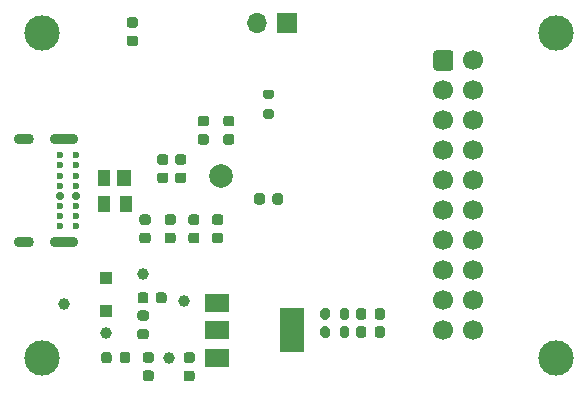
<source format=gts>
G04 #@! TF.GenerationSoftware,KiCad,Pcbnew,(5.1.10-1-10_14)*
G04 #@! TF.CreationDate,2022-06-04T01:49:53+09:00*
G04 #@! TF.ProjectId,cmsis-dap_rp2040,636d7369-732d-4646-9170-5f7270323034,rev?*
G04 #@! TF.SameCoordinates,Original*
G04 #@! TF.FileFunction,Soldermask,Top*
G04 #@! TF.FilePolarity,Negative*
%FSLAX46Y46*%
G04 Gerber Fmt 4.6, Leading zero omitted, Abs format (unit mm)*
G04 Created by KiCad (PCBNEW (5.1.10-1-10_14)) date 2022-06-04 01:49:53*
%MOMM*%
%LPD*%
G01*
G04 APERTURE LIST*
%ADD10C,2.000000*%
%ADD11O,1.700000X1.700000*%
%ADD12R,1.700000X1.700000*%
%ADD13C,1.000000*%
%ADD14R,1.100000X1.100000*%
%ADD15C,1.700000*%
%ADD16R,2.000000X1.500000*%
%ADD17R,2.000000X3.800000*%
%ADD18O,1.700000X0.900000*%
%ADD19O,2.400000X0.900000*%
%ADD20C,0.700000*%
%ADD21C,0.600000*%
%ADD22C,3.000000*%
%ADD23R,1.000000X1.400000*%
%ADD24R,1.200000X1.400000*%
G04 APERTURE END LIST*
G04 #@! TO.C,C5*
G36*
G01*
X112240000Y-71035000D02*
X111740000Y-71035000D01*
G75*
G02*
X111515000Y-70810000I0J225000D01*
G01*
X111515000Y-70360000D01*
G75*
G02*
X111740000Y-70135000I225000J0D01*
G01*
X112240000Y-70135000D01*
G75*
G02*
X112465000Y-70360000I0J-225000D01*
G01*
X112465000Y-70810000D01*
G75*
G02*
X112240000Y-71035000I-225000J0D01*
G01*
G37*
G36*
G01*
X112240000Y-69485000D02*
X111740000Y-69485000D01*
G75*
G02*
X111515000Y-69260000I0J225000D01*
G01*
X111515000Y-68810000D01*
G75*
G02*
X111740000Y-68585000I225000J0D01*
G01*
X112240000Y-68585000D01*
G75*
G02*
X112465000Y-68810000I0J-225000D01*
G01*
X112465000Y-69260000D01*
G75*
G02*
X112240000Y-69485000I-225000J0D01*
G01*
G37*
G04 #@! TD*
G04 #@! TO.C,C13*
G36*
G01*
X122125000Y-67030000D02*
X122125000Y-67530000D01*
G75*
G02*
X121900000Y-67755000I-225000J0D01*
G01*
X121450000Y-67755000D01*
G75*
G02*
X121225000Y-67530000I0J225000D01*
G01*
X121225000Y-67030000D01*
G75*
G02*
X121450000Y-66805000I225000J0D01*
G01*
X121900000Y-66805000D01*
G75*
G02*
X122125000Y-67030000I0J-225000D01*
G01*
G37*
G36*
G01*
X123675000Y-67030000D02*
X123675000Y-67530000D01*
G75*
G02*
X123450000Y-67755000I-225000J0D01*
G01*
X123000000Y-67755000D01*
G75*
G02*
X122775000Y-67530000I0J225000D01*
G01*
X122775000Y-67030000D01*
G75*
G02*
X123000000Y-66805000I225000J0D01*
G01*
X123450000Y-66805000D01*
G75*
G02*
X123675000Y-67030000I0J-225000D01*
G01*
G37*
G04 #@! TD*
D10*
G04 #@! TO.C,U3*
X118380000Y-65360000D03*
G04 #@! TD*
D11*
G04 #@! TO.C,J2*
X121440000Y-52350000D03*
D12*
X123980000Y-52350000D03*
G04 #@! TD*
D13*
G04 #@! TO.C,TP1*
X108700000Y-78670000D03*
G04 #@! TD*
G04 #@! TO.C,TP6*
X105140000Y-76190000D03*
G04 #@! TD*
G04 #@! TO.C,R7*
G36*
G01*
X128475000Y-78825000D02*
X128475000Y-78275000D01*
G75*
G02*
X128675000Y-78075000I200000J0D01*
G01*
X129075000Y-78075000D01*
G75*
G02*
X129275000Y-78275000I0J-200000D01*
G01*
X129275000Y-78825000D01*
G75*
G02*
X129075000Y-79025000I-200000J0D01*
G01*
X128675000Y-79025000D01*
G75*
G02*
X128475000Y-78825000I0J200000D01*
G01*
G37*
G36*
G01*
X126825000Y-78825000D02*
X126825000Y-78275000D01*
G75*
G02*
X127025000Y-78075000I200000J0D01*
G01*
X127425000Y-78075000D01*
G75*
G02*
X127625000Y-78275000I0J-200000D01*
G01*
X127625000Y-78825000D01*
G75*
G02*
X127425000Y-79025000I-200000J0D01*
G01*
X127025000Y-79025000D01*
G75*
G02*
X126825000Y-78825000I0J200000D01*
G01*
G37*
G04 #@! TD*
G04 #@! TO.C,D3*
G36*
G01*
X130730000Y-78293750D02*
X130730000Y-78806250D01*
G75*
G02*
X130511250Y-79025000I-218750J0D01*
G01*
X130073750Y-79025000D01*
G75*
G02*
X129855000Y-78806250I0J218750D01*
G01*
X129855000Y-78293750D01*
G75*
G02*
X130073750Y-78075000I218750J0D01*
G01*
X130511250Y-78075000D01*
G75*
G02*
X130730000Y-78293750I0J-218750D01*
G01*
G37*
G36*
G01*
X132305000Y-78293750D02*
X132305000Y-78806250D01*
G75*
G02*
X132086250Y-79025000I-218750J0D01*
G01*
X131648750Y-79025000D01*
G75*
G02*
X131430000Y-78806250I0J218750D01*
G01*
X131430000Y-78293750D01*
G75*
G02*
X131648750Y-78075000I218750J0D01*
G01*
X132086250Y-78075000D01*
G75*
G02*
X132305000Y-78293750I0J-218750D01*
G01*
G37*
G04 #@! TD*
D14*
G04 #@! TO.C,D2*
X108700000Y-73990000D03*
X108700000Y-76790000D03*
G04 #@! TD*
G04 #@! TO.C,C18*
G36*
G01*
X116670000Y-61795000D02*
X117170000Y-61795000D01*
G75*
G02*
X117395000Y-62020000I0J-225000D01*
G01*
X117395000Y-62470000D01*
G75*
G02*
X117170000Y-62695000I-225000J0D01*
G01*
X116670000Y-62695000D01*
G75*
G02*
X116445000Y-62470000I0J225000D01*
G01*
X116445000Y-62020000D01*
G75*
G02*
X116670000Y-61795000I225000J0D01*
G01*
G37*
G36*
G01*
X116670000Y-60245000D02*
X117170000Y-60245000D01*
G75*
G02*
X117395000Y-60470000I0J-225000D01*
G01*
X117395000Y-60920000D01*
G75*
G02*
X117170000Y-61145000I-225000J0D01*
G01*
X116670000Y-61145000D01*
G75*
G02*
X116445000Y-60920000I0J225000D01*
G01*
X116445000Y-60470000D01*
G75*
G02*
X116670000Y-60245000I225000J0D01*
G01*
G37*
G04 #@! TD*
D15*
G04 #@! TO.C,J4*
X139790000Y-78420000D03*
X139790000Y-75880000D03*
X139790000Y-73340000D03*
X139790000Y-70800000D03*
X139790000Y-68260000D03*
X139790000Y-65720000D03*
X139790000Y-63180000D03*
X139790000Y-60640000D03*
X139790000Y-58100000D03*
X139790000Y-55560000D03*
X137250000Y-78420000D03*
X137250000Y-75880000D03*
X137250000Y-73340000D03*
X137250000Y-70800000D03*
X137250000Y-68260000D03*
X137250000Y-65720000D03*
X137250000Y-63180000D03*
X137250000Y-60640000D03*
X137250000Y-58100000D03*
G36*
G01*
X136400000Y-56160000D02*
X136400000Y-54960000D01*
G75*
G02*
X136650000Y-54710000I250000J0D01*
G01*
X137850000Y-54710000D01*
G75*
G02*
X138100000Y-54960000I0J-250000D01*
G01*
X138100000Y-56160000D01*
G75*
G02*
X137850000Y-56410000I-250000J0D01*
G01*
X136650000Y-56410000D01*
G75*
G02*
X136400000Y-56160000I0J250000D01*
G01*
G37*
G04 #@! TD*
G04 #@! TO.C,L2*
G36*
G01*
X112076250Y-77590000D02*
X111563750Y-77590000D01*
G75*
G02*
X111345000Y-77371250I0J218750D01*
G01*
X111345000Y-76933750D01*
G75*
G02*
X111563750Y-76715000I218750J0D01*
G01*
X112076250Y-76715000D01*
G75*
G02*
X112295000Y-76933750I0J-218750D01*
G01*
X112295000Y-77371250D01*
G75*
G02*
X112076250Y-77590000I-218750J0D01*
G01*
G37*
G36*
G01*
X112076250Y-79165000D02*
X111563750Y-79165000D01*
G75*
G02*
X111345000Y-78946250I0J218750D01*
G01*
X111345000Y-78508750D01*
G75*
G02*
X111563750Y-78290000I218750J0D01*
G01*
X112076250Y-78290000D01*
G75*
G02*
X112295000Y-78508750I0J-218750D01*
G01*
X112295000Y-78946250D01*
G75*
G02*
X112076250Y-79165000I-218750J0D01*
G01*
G37*
G04 #@! TD*
D16*
G04 #@! TO.C,U4*
X118120000Y-76110000D03*
X118120000Y-80710000D03*
X118120000Y-78410000D03*
D17*
X124420000Y-78410000D03*
G04 #@! TD*
D13*
G04 #@! TO.C,TP5*
X115316000Y-75946000D03*
G04 #@! TD*
G04 #@! TO.C,TP3*
X113990000Y-80710000D03*
G04 #@! TD*
G04 #@! TO.C,TP2*
X111810000Y-73660000D03*
G04 #@! TD*
G04 #@! TO.C,R10*
G36*
G01*
X128475000Y-77295000D02*
X128475000Y-76745000D01*
G75*
G02*
X128675000Y-76545000I200000J0D01*
G01*
X129075000Y-76545000D01*
G75*
G02*
X129275000Y-76745000I0J-200000D01*
G01*
X129275000Y-77295000D01*
G75*
G02*
X129075000Y-77495000I-200000J0D01*
G01*
X128675000Y-77495000D01*
G75*
G02*
X128475000Y-77295000I0J200000D01*
G01*
G37*
G36*
G01*
X126825000Y-77295000D02*
X126825000Y-76745000D01*
G75*
G02*
X127025000Y-76545000I200000J0D01*
G01*
X127425000Y-76545000D01*
G75*
G02*
X127625000Y-76745000I0J-200000D01*
G01*
X127625000Y-77295000D01*
G75*
G02*
X127425000Y-77495000I-200000J0D01*
G01*
X127025000Y-77495000D01*
G75*
G02*
X126825000Y-77295000I0J200000D01*
G01*
G37*
G04 #@! TD*
G04 #@! TO.C,R1*
G36*
G01*
X122715000Y-58825000D02*
X122165000Y-58825000D01*
G75*
G02*
X121965000Y-58625000I0J200000D01*
G01*
X121965000Y-58225000D01*
G75*
G02*
X122165000Y-58025000I200000J0D01*
G01*
X122715000Y-58025000D01*
G75*
G02*
X122915000Y-58225000I0J-200000D01*
G01*
X122915000Y-58625000D01*
G75*
G02*
X122715000Y-58825000I-200000J0D01*
G01*
G37*
G36*
G01*
X122715000Y-60475000D02*
X122165000Y-60475000D01*
G75*
G02*
X121965000Y-60275000I0J200000D01*
G01*
X121965000Y-59875000D01*
G75*
G02*
X122165000Y-59675000I200000J0D01*
G01*
X122715000Y-59675000D01*
G75*
G02*
X122915000Y-59875000I0J-200000D01*
G01*
X122915000Y-60275000D01*
G75*
G02*
X122715000Y-60475000I-200000J0D01*
G01*
G37*
G04 #@! TD*
G04 #@! TO.C,L1*
G36*
G01*
X109850000Y-80976250D02*
X109850000Y-80463750D01*
G75*
G02*
X110068750Y-80245000I218750J0D01*
G01*
X110506250Y-80245000D01*
G75*
G02*
X110725000Y-80463750I0J-218750D01*
G01*
X110725000Y-80976250D01*
G75*
G02*
X110506250Y-81195000I-218750J0D01*
G01*
X110068750Y-81195000D01*
G75*
G02*
X109850000Y-80976250I0J218750D01*
G01*
G37*
G36*
G01*
X108275000Y-80976250D02*
X108275000Y-80463750D01*
G75*
G02*
X108493750Y-80245000I218750J0D01*
G01*
X108931250Y-80245000D01*
G75*
G02*
X109150000Y-80463750I0J-218750D01*
G01*
X109150000Y-80976250D01*
G75*
G02*
X108931250Y-81195000I-218750J0D01*
G01*
X108493750Y-81195000D01*
G75*
G02*
X108275000Y-80976250I0J218750D01*
G01*
G37*
G04 #@! TD*
D18*
G04 #@! TO.C,J1*
X101740000Y-70900000D03*
X101740000Y-62250000D03*
D19*
X105120000Y-70900000D03*
X105120000Y-62250000D03*
D20*
X104750000Y-67000000D03*
D21*
X104750000Y-69550000D03*
X104750000Y-68700000D03*
X104750000Y-67850000D03*
X104750000Y-63600000D03*
X104750000Y-65300000D03*
X104750000Y-66150000D03*
X104750000Y-64450000D03*
X106100000Y-69550000D03*
X106100000Y-68700000D03*
X106100000Y-67850000D03*
D20*
X106100000Y-67000000D03*
D21*
X106100000Y-66150000D03*
X106100000Y-65300000D03*
X106100000Y-64450000D03*
X106100000Y-63600000D03*
G04 #@! TD*
D22*
G04 #@! TO.C,H4*
X146750000Y-53250000D03*
G04 #@! TD*
G04 #@! TO.C,H3*
X103250000Y-80750000D03*
G04 #@! TD*
G04 #@! TO.C,H2*
X146750000Y-80750000D03*
G04 #@! TD*
G04 #@! TO.C,H1*
X103250000Y-53250000D03*
G04 #@! TD*
G04 #@! TO.C,D4*
G36*
G01*
X130726000Y-76769750D02*
X130726000Y-77282250D01*
G75*
G02*
X130507250Y-77501000I-218750J0D01*
G01*
X130069750Y-77501000D01*
G75*
G02*
X129851000Y-77282250I0J218750D01*
G01*
X129851000Y-76769750D01*
G75*
G02*
X130069750Y-76551000I218750J0D01*
G01*
X130507250Y-76551000D01*
G75*
G02*
X130726000Y-76769750I0J-218750D01*
G01*
G37*
G36*
G01*
X132301000Y-76769750D02*
X132301000Y-77282250D01*
G75*
G02*
X132082250Y-77501000I-218750J0D01*
G01*
X131644750Y-77501000D01*
G75*
G02*
X131426000Y-77282250I0J218750D01*
G01*
X131426000Y-76769750D01*
G75*
G02*
X131644750Y-76551000I218750J0D01*
G01*
X132082250Y-76551000D01*
G75*
G02*
X132301000Y-76769750I0J-218750D01*
G01*
G37*
G04 #@! TD*
D23*
G04 #@! TO.C,D1*
X110390000Y-67690000D03*
X108490000Y-67690000D03*
X108490000Y-65490000D03*
D24*
X110210000Y-65490000D03*
G04 #@! TD*
G04 #@! TO.C,C17*
G36*
G01*
X118830000Y-61793000D02*
X119330000Y-61793000D01*
G75*
G02*
X119555000Y-62018000I0J-225000D01*
G01*
X119555000Y-62468000D01*
G75*
G02*
X119330000Y-62693000I-225000J0D01*
G01*
X118830000Y-62693000D01*
G75*
G02*
X118605000Y-62468000I0J225000D01*
G01*
X118605000Y-62018000D01*
G75*
G02*
X118830000Y-61793000I225000J0D01*
G01*
G37*
G36*
G01*
X118830000Y-60243000D02*
X119330000Y-60243000D01*
G75*
G02*
X119555000Y-60468000I0J-225000D01*
G01*
X119555000Y-60918000D01*
G75*
G02*
X119330000Y-61143000I-225000J0D01*
G01*
X118830000Y-61143000D01*
G75*
G02*
X118605000Y-60918000I0J225000D01*
G01*
X118605000Y-60468000D01*
G75*
G02*
X118830000Y-60243000I225000J0D01*
G01*
G37*
G04 #@! TD*
G04 #@! TO.C,C15*
G36*
G01*
X118380000Y-71035000D02*
X117880000Y-71035000D01*
G75*
G02*
X117655000Y-70810000I0J225000D01*
G01*
X117655000Y-70360000D01*
G75*
G02*
X117880000Y-70135000I225000J0D01*
G01*
X118380000Y-70135000D01*
G75*
G02*
X118605000Y-70360000I0J-225000D01*
G01*
X118605000Y-70810000D01*
G75*
G02*
X118380000Y-71035000I-225000J0D01*
G01*
G37*
G36*
G01*
X118380000Y-69485000D02*
X117880000Y-69485000D01*
G75*
G02*
X117655000Y-69260000I0J225000D01*
G01*
X117655000Y-68810000D01*
G75*
G02*
X117880000Y-68585000I225000J0D01*
G01*
X118380000Y-68585000D01*
G75*
G02*
X118605000Y-68810000I0J-225000D01*
G01*
X118605000Y-69260000D01*
G75*
G02*
X118380000Y-69485000I-225000J0D01*
G01*
G37*
G04 #@! TD*
G04 #@! TO.C,C11*
G36*
G01*
X116370000Y-71045000D02*
X115870000Y-71045000D01*
G75*
G02*
X115645000Y-70820000I0J225000D01*
G01*
X115645000Y-70370000D01*
G75*
G02*
X115870000Y-70145000I225000J0D01*
G01*
X116370000Y-70145000D01*
G75*
G02*
X116595000Y-70370000I0J-225000D01*
G01*
X116595000Y-70820000D01*
G75*
G02*
X116370000Y-71045000I-225000J0D01*
G01*
G37*
G36*
G01*
X116370000Y-69495000D02*
X115870000Y-69495000D01*
G75*
G02*
X115645000Y-69270000I0J225000D01*
G01*
X115645000Y-68820000D01*
G75*
G02*
X115870000Y-68595000I225000J0D01*
G01*
X116370000Y-68595000D01*
G75*
G02*
X116595000Y-68820000I0J-225000D01*
G01*
X116595000Y-69270000D01*
G75*
G02*
X116370000Y-69495000I-225000J0D01*
G01*
G37*
G04 #@! TD*
G04 #@! TO.C,C10*
G36*
G01*
X112905000Y-75910000D02*
X112905000Y-75410000D01*
G75*
G02*
X113130000Y-75185000I225000J0D01*
G01*
X113580000Y-75185000D01*
G75*
G02*
X113805000Y-75410000I0J-225000D01*
G01*
X113805000Y-75910000D01*
G75*
G02*
X113580000Y-76135000I-225000J0D01*
G01*
X113130000Y-76135000D01*
G75*
G02*
X112905000Y-75910000I0J225000D01*
G01*
G37*
G36*
G01*
X111355000Y-75910000D02*
X111355000Y-75410000D01*
G75*
G02*
X111580000Y-75185000I225000J0D01*
G01*
X112030000Y-75185000D01*
G75*
G02*
X112255000Y-75410000I0J-225000D01*
G01*
X112255000Y-75910000D01*
G75*
G02*
X112030000Y-76135000I-225000J0D01*
G01*
X111580000Y-76135000D01*
G75*
G02*
X111355000Y-75910000I0J225000D01*
G01*
G37*
G04 #@! TD*
G04 #@! TO.C,C9*
G36*
G01*
X113240000Y-65045000D02*
X113740000Y-65045000D01*
G75*
G02*
X113965000Y-65270000I0J-225000D01*
G01*
X113965000Y-65720000D01*
G75*
G02*
X113740000Y-65945000I-225000J0D01*
G01*
X113240000Y-65945000D01*
G75*
G02*
X113015000Y-65720000I0J225000D01*
G01*
X113015000Y-65270000D01*
G75*
G02*
X113240000Y-65045000I225000J0D01*
G01*
G37*
G36*
G01*
X113240000Y-63495000D02*
X113740000Y-63495000D01*
G75*
G02*
X113965000Y-63720000I0J-225000D01*
G01*
X113965000Y-64170000D01*
G75*
G02*
X113740000Y-64395000I-225000J0D01*
G01*
X113240000Y-64395000D01*
G75*
G02*
X113015000Y-64170000I0J225000D01*
G01*
X113015000Y-63720000D01*
G75*
G02*
X113240000Y-63495000I225000J0D01*
G01*
G37*
G04 #@! TD*
G04 #@! TO.C,C8*
G36*
G01*
X114750000Y-65045000D02*
X115250000Y-65045000D01*
G75*
G02*
X115475000Y-65270000I0J-225000D01*
G01*
X115475000Y-65720000D01*
G75*
G02*
X115250000Y-65945000I-225000J0D01*
G01*
X114750000Y-65945000D01*
G75*
G02*
X114525000Y-65720000I0J225000D01*
G01*
X114525000Y-65270000D01*
G75*
G02*
X114750000Y-65045000I225000J0D01*
G01*
G37*
G36*
G01*
X114750000Y-63495000D02*
X115250000Y-63495000D01*
G75*
G02*
X115475000Y-63720000I0J-225000D01*
G01*
X115475000Y-64170000D01*
G75*
G02*
X115250000Y-64395000I-225000J0D01*
G01*
X114750000Y-64395000D01*
G75*
G02*
X114525000Y-64170000I0J225000D01*
G01*
X114525000Y-63720000D01*
G75*
G02*
X114750000Y-63495000I225000J0D01*
G01*
G37*
G04 #@! TD*
G04 #@! TO.C,C6*
G36*
G01*
X114360000Y-71035000D02*
X113860000Y-71035000D01*
G75*
G02*
X113635000Y-70810000I0J225000D01*
G01*
X113635000Y-70360000D01*
G75*
G02*
X113860000Y-70135000I225000J0D01*
G01*
X114360000Y-70135000D01*
G75*
G02*
X114585000Y-70360000I0J-225000D01*
G01*
X114585000Y-70810000D01*
G75*
G02*
X114360000Y-71035000I-225000J0D01*
G01*
G37*
G36*
G01*
X114360000Y-69485000D02*
X113860000Y-69485000D01*
G75*
G02*
X113635000Y-69260000I0J225000D01*
G01*
X113635000Y-68810000D01*
G75*
G02*
X113860000Y-68585000I225000J0D01*
G01*
X114360000Y-68585000D01*
G75*
G02*
X114585000Y-68810000I0J-225000D01*
G01*
X114585000Y-69260000D01*
G75*
G02*
X114360000Y-69485000I-225000J0D01*
G01*
G37*
G04 #@! TD*
G04 #@! TO.C,C4*
G36*
G01*
X115470000Y-81815000D02*
X115970000Y-81815000D01*
G75*
G02*
X116195000Y-82040000I0J-225000D01*
G01*
X116195000Y-82490000D01*
G75*
G02*
X115970000Y-82715000I-225000J0D01*
G01*
X115470000Y-82715000D01*
G75*
G02*
X115245000Y-82490000I0J225000D01*
G01*
X115245000Y-82040000D01*
G75*
G02*
X115470000Y-81815000I225000J0D01*
G01*
G37*
G36*
G01*
X115470000Y-80265000D02*
X115970000Y-80265000D01*
G75*
G02*
X116195000Y-80490000I0J-225000D01*
G01*
X116195000Y-80940000D01*
G75*
G02*
X115970000Y-81165000I-225000J0D01*
G01*
X115470000Y-81165000D01*
G75*
G02*
X115245000Y-80940000I0J225000D01*
G01*
X115245000Y-80490000D01*
G75*
G02*
X115470000Y-80265000I225000J0D01*
G01*
G37*
G04 #@! TD*
G04 #@! TO.C,C3*
G36*
G01*
X112010000Y-81805000D02*
X112510000Y-81805000D01*
G75*
G02*
X112735000Y-82030000I0J-225000D01*
G01*
X112735000Y-82480000D01*
G75*
G02*
X112510000Y-82705000I-225000J0D01*
G01*
X112010000Y-82705000D01*
G75*
G02*
X111785000Y-82480000I0J225000D01*
G01*
X111785000Y-82030000D01*
G75*
G02*
X112010000Y-81805000I225000J0D01*
G01*
G37*
G36*
G01*
X112010000Y-80255000D02*
X112510000Y-80255000D01*
G75*
G02*
X112735000Y-80480000I0J-225000D01*
G01*
X112735000Y-80930000D01*
G75*
G02*
X112510000Y-81155000I-225000J0D01*
G01*
X112010000Y-81155000D01*
G75*
G02*
X111785000Y-80930000I0J225000D01*
G01*
X111785000Y-80480000D01*
G75*
G02*
X112010000Y-80255000I225000J0D01*
G01*
G37*
G04 #@! TD*
G04 #@! TO.C,C1*
G36*
G01*
X110660000Y-53445000D02*
X111160000Y-53445000D01*
G75*
G02*
X111385000Y-53670000I0J-225000D01*
G01*
X111385000Y-54120000D01*
G75*
G02*
X111160000Y-54345000I-225000J0D01*
G01*
X110660000Y-54345000D01*
G75*
G02*
X110435000Y-54120000I0J225000D01*
G01*
X110435000Y-53670000D01*
G75*
G02*
X110660000Y-53445000I225000J0D01*
G01*
G37*
G36*
G01*
X110660000Y-51895000D02*
X111160000Y-51895000D01*
G75*
G02*
X111385000Y-52120000I0J-225000D01*
G01*
X111385000Y-52570000D01*
G75*
G02*
X111160000Y-52795000I-225000J0D01*
G01*
X110660000Y-52795000D01*
G75*
G02*
X110435000Y-52570000I0J225000D01*
G01*
X110435000Y-52120000D01*
G75*
G02*
X110660000Y-51895000I225000J0D01*
G01*
G37*
G04 #@! TD*
M02*

</source>
